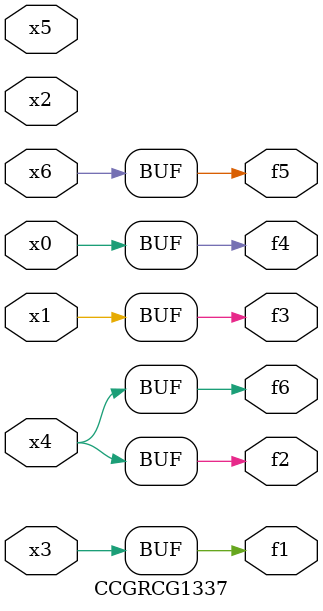
<source format=v>
module CCGRCG1337(
	input x0, x1, x2, x3, x4, x5, x6,
	output f1, f2, f3, f4, f5, f6
);
	assign f1 = x3;
	assign f2 = x4;
	assign f3 = x1;
	assign f4 = x0;
	assign f5 = x6;
	assign f6 = x4;
endmodule

</source>
